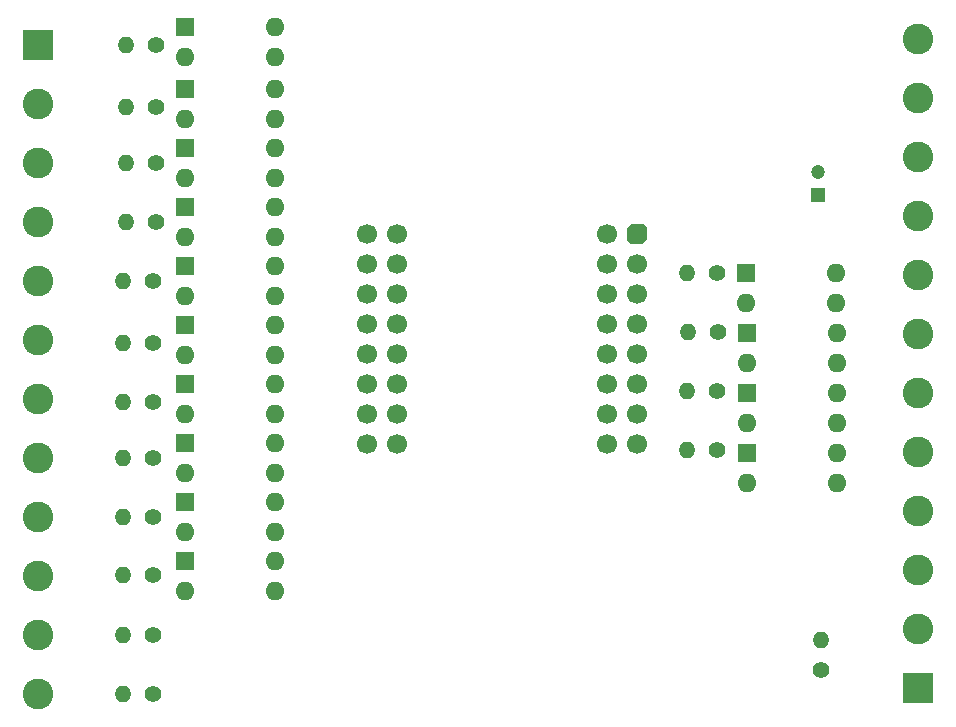
<source format=gbr>
%TF.GenerationSoftware,KiCad,Pcbnew,7.0.5*%
%TF.CreationDate,2023-06-28T09:46:49+02:00*%
%TF.ProjectId,ESP32RIO,45535033-3252-4494-9f2e-6b696361645f,rev?*%
%TF.SameCoordinates,Original*%
%TF.FileFunction,Soldermask,Bot*%
%TF.FilePolarity,Negative*%
%FSLAX46Y46*%
G04 Gerber Fmt 4.6, Leading zero omitted, Abs format (unit mm)*
G04 Created by KiCad (PCBNEW 7.0.5) date 2023-06-28 09:46:49*
%MOMM*%
%LPD*%
G01*
G04 APERTURE LIST*
G04 Aperture macros list*
%AMFreePoly0*
4,1,19,-0.850000,0.255000,-0.829726,0.408997,-0.770285,0.552500,-0.675729,0.675729,-0.552500,0.770285,-0.408997,0.829726,-0.255000,0.850000,0.510000,0.850000,0.850000,0.510000,0.850000,-0.255000,0.829726,-0.408997,0.770285,-0.552500,0.675729,-0.675729,0.552500,-0.770285,0.408997,-0.829726,0.255000,-0.850000,-0.510000,-0.850000,-0.850000,-0.510000,-0.850000,0.255000,-0.850000,0.255000,
$1*%
G04 Aperture macros list end*
%ADD10C,1.400000*%
%ADD11O,1.400000X1.400000*%
%ADD12R,1.200000X1.200000*%
%ADD13C,1.200000*%
%ADD14R,1.600000X1.600000*%
%ADD15O,1.600000X1.600000*%
%ADD16R,2.600000X2.600000*%
%ADD17C,2.600000*%
%ADD18C,1.700000*%
%ADD19FreePoly0,180.000000*%
G04 APERTURE END LIST*
D10*
%TO.C,R17*%
X119220000Y-107750000D03*
D11*
X116680000Y-107750000D03*
%TD*%
D12*
%TO.C,C4*%
X175500000Y-70500000D03*
D13*
X175500000Y-68500000D03*
%TD*%
D14*
%TO.C,U8*%
X121950000Y-91475000D03*
D15*
X121950000Y-94015000D03*
X129570000Y-94015000D03*
X129570000Y-91475000D03*
%TD*%
D14*
%TO.C,U4*%
X121950000Y-71475000D03*
D15*
X121950000Y-74015000D03*
X129570000Y-74015000D03*
X129570000Y-71475000D03*
%TD*%
D10*
%TO.C,R7*%
X119220000Y-88000000D03*
D11*
X116680000Y-88000000D03*
%TD*%
D10*
%TO.C,R3*%
X119470000Y-67750000D03*
D11*
X116930000Y-67750000D03*
%TD*%
D14*
%TO.C,U1*%
X121950000Y-56225000D03*
D15*
X121950000Y-58765000D03*
X129570000Y-58765000D03*
X129570000Y-56225000D03*
%TD*%
D10*
%TO.C,R11*%
X167002032Y-77102460D03*
D11*
X164462032Y-77102460D03*
%TD*%
D14*
%TO.C,U10*%
X121950000Y-101475000D03*
D15*
X121950000Y-104015000D03*
X129570000Y-104015000D03*
X129570000Y-101475000D03*
%TD*%
D14*
%TO.C,U14*%
X169482032Y-87234126D03*
D15*
X169482032Y-89774126D03*
X177102032Y-89774126D03*
X177102032Y-87234126D03*
%TD*%
D14*
%TO.C,U16*%
X169482032Y-92327459D03*
D15*
X169482032Y-94867459D03*
X177102032Y-94867459D03*
X177102032Y-92327459D03*
%TD*%
D10*
%TO.C,R13*%
X167002032Y-87102460D03*
D11*
X164462032Y-87102460D03*
%TD*%
D10*
%TO.C,R15*%
X175750000Y-110720000D03*
D11*
X175750000Y-108180000D03*
%TD*%
D10*
%TO.C,R6*%
X119220000Y-83000000D03*
D11*
X116680000Y-83000000D03*
%TD*%
D14*
%TO.C,U9*%
X121950000Y-96475000D03*
D15*
X121950000Y-99015000D03*
X129570000Y-99015000D03*
X129570000Y-96475000D03*
%TD*%
D10*
%TO.C,R4*%
X119470000Y-72750000D03*
D11*
X116930000Y-72750000D03*
%TD*%
D10*
%TO.C,R12*%
X167032032Y-82102460D03*
D11*
X164492032Y-82102460D03*
%TD*%
D10*
%TO.C,R9*%
X119220000Y-97750000D03*
D11*
X116680000Y-97750000D03*
%TD*%
D10*
%TO.C,R1*%
X119470000Y-57750000D03*
D11*
X116930000Y-57750000D03*
%TD*%
D10*
%TO.C,R10*%
X119220000Y-102669888D03*
D11*
X116680000Y-102669888D03*
%TD*%
D10*
%TO.C,R8*%
X119220000Y-92750000D03*
D11*
X116680000Y-92750000D03*
%TD*%
D14*
%TO.C,U12*%
X169462032Y-77047460D03*
D15*
X169462032Y-79587460D03*
X177082032Y-79587460D03*
X177082032Y-77047460D03*
%TD*%
D16*
%TO.C,J1*%
X184000000Y-112250000D03*
D17*
X184000000Y-107250000D03*
X184000000Y-102250000D03*
X184000000Y-97250000D03*
X184000000Y-92250000D03*
X184000000Y-87250000D03*
X184000000Y-82250000D03*
X184000000Y-77250000D03*
X184000000Y-72250000D03*
X184000000Y-67250000D03*
X184000000Y-62250000D03*
X184000000Y-57250000D03*
%TD*%
D10*
%TO.C,R2*%
X119470000Y-63000000D03*
D11*
X116930000Y-63000000D03*
%TD*%
D10*
%TO.C,R16*%
X119220000Y-112750000D03*
D11*
X116680000Y-112750000D03*
%TD*%
D14*
%TO.C,U3*%
X121950000Y-66475000D03*
D15*
X121950000Y-69015000D03*
X129570000Y-69015000D03*
X129570000Y-66475000D03*
%TD*%
D14*
%TO.C,U13*%
X169482032Y-82140793D03*
D15*
X169482032Y-84680793D03*
X177102032Y-84680793D03*
X177102032Y-82140793D03*
%TD*%
D14*
%TO.C,U7*%
X121950000Y-86475000D03*
D15*
X121950000Y-89015000D03*
X129570000Y-89015000D03*
X129570000Y-86475000D03*
%TD*%
D10*
%TO.C,R5*%
X119220000Y-77750000D03*
D11*
X116680000Y-77750000D03*
%TD*%
D14*
%TO.C,U5*%
X121950000Y-76475000D03*
D15*
X121950000Y-79015000D03*
X129570000Y-79015000D03*
X129570000Y-76475000D03*
%TD*%
D14*
%TO.C,U6*%
X121950000Y-81475000D03*
D15*
X121950000Y-84015000D03*
X129570000Y-84015000D03*
X129570000Y-81475000D03*
%TD*%
D10*
%TO.C,R14*%
X167002032Y-92102460D03*
D11*
X164462032Y-92102460D03*
%TD*%
D14*
%TO.C,U2*%
X121950000Y-61475000D03*
D15*
X121950000Y-64015000D03*
X129570000Y-64015000D03*
X129570000Y-61475000D03*
%TD*%
D16*
%TO.C,J2*%
X109500000Y-57750000D03*
D17*
X109500000Y-62750000D03*
X109500000Y-67750000D03*
X109500000Y-72750000D03*
X109500000Y-77750000D03*
X109500000Y-82750000D03*
X109500000Y-87750000D03*
X109500000Y-92750000D03*
X109500000Y-97750000D03*
X109500000Y-102750000D03*
X109500000Y-107750000D03*
X109500000Y-112750000D03*
%TD*%
D18*
%TO.C,U11*%
X139842500Y-73805000D03*
X139842500Y-76345000D03*
X139842500Y-78885000D03*
X139842500Y-81425000D03*
X139842500Y-83965000D03*
X139842500Y-86505000D03*
X139842500Y-89045000D03*
X139842500Y-91585000D03*
X157622500Y-91585000D03*
X157622500Y-89045000D03*
X157622500Y-86505000D03*
X157622500Y-83965000D03*
X157622500Y-81425000D03*
X157622500Y-78885000D03*
X157622500Y-76345000D03*
X157622500Y-73805000D03*
X137302500Y-73805000D03*
X137302500Y-76345000D03*
X137302500Y-78885000D03*
X137302500Y-81425000D03*
X137302500Y-83965000D03*
X137302500Y-86505000D03*
X137302500Y-89045000D03*
X137302500Y-91585000D03*
X160162500Y-91585000D03*
X160162500Y-89045000D03*
X160162500Y-86505000D03*
X160162500Y-83965000D03*
X160162500Y-81425000D03*
X160162500Y-78885000D03*
X160162500Y-76345000D03*
D19*
X160162500Y-73805000D03*
%TD*%
M02*

</source>
